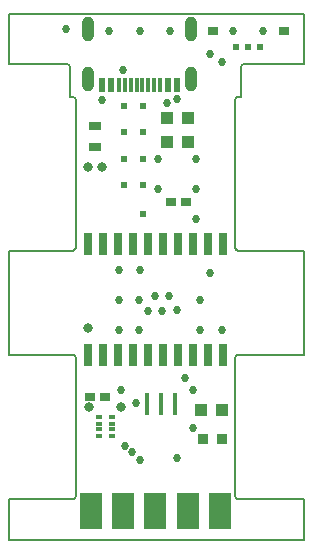
<source format=gbr>
G04 DesignSpark PCB PRO Gerber Version 10.0 Build 5299*
G04 #@! TF.Part,Single*
G04 #@! TF.FileFunction,Soldermask,Top*
G04 #@! TF.FilePolarity,Negative*
%FSLAX35Y35*%
%MOIN*%
G04 #@! TA.AperFunction,ComponentPad*
%ADD127O,0.03976X0.08307*%
G04 #@! TA.AperFunction,SMDPad,CuDef*
%ADD126R,0.01220X0.04528*%
%ADD130R,0.01614X0.07520*%
%ADD125R,0.02402X0.04528*%
%ADD131R,0.02598X0.07323*%
%ADD133R,0.03189X0.03189*%
G04 #@! TD.AperFunction*
%ADD10C,0.00787*%
G04 #@! TA.AperFunction,ViaPad*
%ADD118C,0.02402*%
%ADD119C,0.02717*%
G04 #@! TA.AperFunction,SMDPad,CuDef*
%AMT122*0 Offset Rectangle Pad at angle 180*4,1,4,0.03520,0.08331,-0.03520,0.08331,-0.03520,-0.03520,0.03520,-0.03520,0.03520,0.08331,0*%
%ADD122T122*%
G04 #@! TA.AperFunction,ViaPad*
%ADD117C,0.03239*%
G04 #@! TA.AperFunction,SMDPad,CuDef*
%ADD124R,0.02402X0.01220*%
%ADD123R,0.02402X0.01614*%
%ADD120R,0.02402X0.02047*%
%ADD121R,0.03583X0.02795*%
%ADD132R,0.03539X0.02839*%
%ADD128R,0.04252X0.03071*%
%ADD129R,0.04331X0.03976*%
G04 #@! TD.AperFunction*
X0Y0D02*
D02*
D10*
X5174Y15510D02*
Y28961D01*
X26530D01*
G75*
G03*
X27529Y29959I0J998D01*
G01*
Y76136D01*
G75*
G03*
X26530Y77135I-998J0D01*
G01*
X5174D01*
Y111829D01*
X26530D01*
G75*
G03*
X27529Y112828I0J998D01*
G01*
Y162126D01*
G75*
G03*
X26530Y163124I-998J0D01*
G01*
X25532D01*
Y173091D01*
G75*
G03*
X24533Y174090I-998J0D01*
G01*
X5174D01*
Y190706D01*
X103598D01*
Y174089D01*
X83690D01*
G75*
G03*
X82691Y173090I0J-999D01*
G01*
Y163124D01*
X81693D01*
G75*
G03*
X80695Y162126I0J-998D01*
G01*
Y112828D01*
G75*
G03*
X81693Y111830I998J0D01*
G01*
X103600D01*
Y77136D01*
X81693D01*
G75*
G03*
X80695Y76138I0J-998D01*
G01*
Y29959D01*
G75*
G03*
X81693Y28961I998J0D01*
G01*
X103600D01*
Y15510D01*
X5174D01*
D02*
D117*
X31647Y139814D03*
X31757Y85899D03*
X32007Y59566D03*
X36375Y139814D03*
X42615Y59566D03*
D02*
D118*
X31795Y166991D03*
Y167766D03*
Y168565D03*
Y169746D03*
Y170534D03*
Y171321D03*
Y183447D03*
Y184235D03*
Y185022D03*
Y186203D03*
Y186991D03*
Y187778D03*
X43628Y133795D03*
Y142531D03*
Y151268D03*
Y160129D03*
X49979Y123964D03*
X49993Y133795D03*
Y142531D03*
Y151268D03*
Y160129D03*
X65811Y166991D03*
Y167766D03*
Y168565D03*
Y169746D03*
Y170534D03*
Y171321D03*
Y183447D03*
Y184235D03*
Y185022D03*
Y186203D03*
Y186991D03*
Y187778D03*
D02*
D119*
X24284Y185589D03*
X36140Y162126D03*
X38779Y184965D03*
X41991Y85400D03*
Y95384D03*
Y105369D03*
X42615Y65431D03*
X43379Y171899D03*
X43803Y46760D03*
X46424Y44589D03*
X47732Y61063D03*
X48731Y85525D03*
Y95384D03*
X48803Y41961D03*
Y185061D03*
X48856Y105369D03*
X51722Y91760D03*
X54097Y96757D03*
X55029Y142483D03*
X55096Y132483D03*
X56344Y91765D03*
X57975Y161002D03*
X58715Y96757D03*
X58803Y185061D03*
X61336Y91890D03*
X61350Y162250D03*
X61424Y42717D03*
X63924Y69260D03*
X66578Y65431D03*
X66702Y52826D03*
X67529Y132483D03*
Y142483D03*
X67576Y122467D03*
X68949Y85400D03*
Y95509D03*
X72208Y104370D03*
Y177259D03*
X76312Y85400D03*
Y174759D03*
X80029Y184983D03*
X90029D03*
D02*
D120*
X81116Y179784D03*
X85053D03*
X88990D03*
D02*
D121*
X73242Y185119D03*
X96864D03*
D02*
D122*
X32512Y22750D03*
X43312D03*
X54112D03*
X64912D03*
X75712D03*
D02*
D123*
X35388Y50061D03*
Y56361D03*
X39719Y50061D03*
Y56361D03*
D02*
D124*
X35388Y52227D03*
Y54195D03*
X39719Y52227D03*
Y54195D03*
D02*
D125*
X36205Y166912D03*
X39354D03*
X58252D03*
X61402D03*
D02*
D126*
X41913D03*
X43882D03*
X45850D03*
X47819D03*
X49787D03*
X51756D03*
X53724D03*
X55693D03*
D02*
D127*
X31795Y169156D03*
Y185613D03*
X65811Y169156D03*
Y185613D03*
D02*
D128*
X34019Y146227D03*
Y153313D03*
D02*
D129*
X57975Y156010D03*
X58100Y148023D03*
X64975Y156010D03*
X65100Y148023D03*
X69318Y58692D03*
X76318D03*
D02*
D130*
X51245Y60564D03*
X55969D03*
X60694D03*
D02*
D131*
X31722Y77105D03*
Y113916D03*
X36722Y77105D03*
Y113916D03*
X41722Y77105D03*
Y113916D03*
X46722Y77105D03*
Y113916D03*
X51722Y77105D03*
Y113916D03*
X56722Y77105D03*
Y113916D03*
X61722Y77105D03*
Y113916D03*
X66722Y77105D03*
Y113916D03*
X71722Y77105D03*
Y113916D03*
X76722Y77105D03*
Y113916D03*
D02*
D132*
X32203Y63185D03*
X37303D03*
X59285Y127958D03*
X64385D03*
D02*
D133*
X69819Y48957D03*
X76315D03*
X0Y0D02*
M02*

</source>
